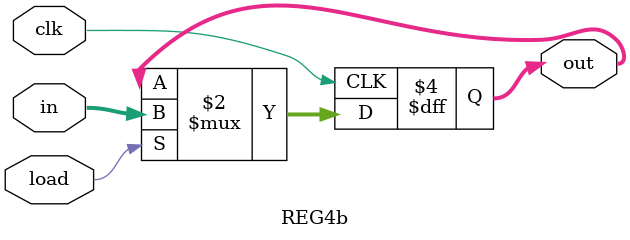
<source format=v>
`timescale 1ns / 1ps
module REG4b(
	input wire [3:0] in,
	input wire load,
	input wire clk,
	output reg [3:0] out
    );
	 
	 always @ (posedge clk) begin
		if (load) out<=in;
	end

endmodule

</source>
